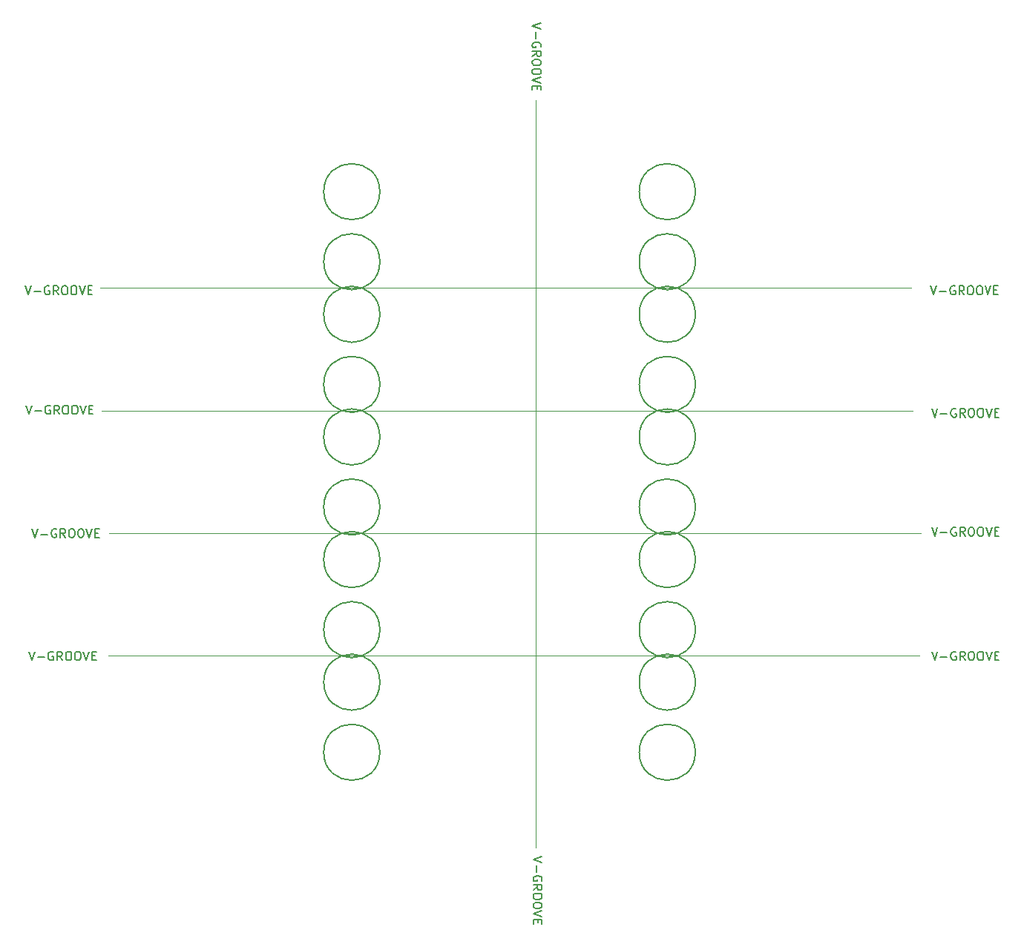
<source format=gbr>
%TF.GenerationSoftware,KiCad,Pcbnew,5.1.10*%
%TF.CreationDate,2021-11-07T07:50:52-05:00*%
%TF.ProjectId,CurrentSenseModule-RevB-10p,43757272-656e-4745-9365-6e73654d6f64,rev?*%
%TF.SameCoordinates,Original*%
%TF.FileFunction,Other,Comment*%
%FSLAX46Y46*%
G04 Gerber Fmt 4.6, Leading zero omitted, Abs format (unit mm)*
G04 Created by KiCad (PCBNEW 5.1.10) date 2021-11-07 07:50:52*
%MOMM*%
%LPD*%
G01*
G04 APERTURE LIST*
%ADD10C,0.150000*%
%ADD11C,0.100000*%
G04 APERTURE END LIST*
D10*
X136347619Y-43969047D02*
X135347619Y-44302380D01*
X136347619Y-44635714D01*
X135728571Y-44969047D02*
X135728571Y-45730952D01*
X136300000Y-46730952D02*
X136347619Y-46635714D01*
X136347619Y-46492857D01*
X136300000Y-46350000D01*
X136204761Y-46254761D01*
X136109523Y-46207142D01*
X135919047Y-46159523D01*
X135776190Y-46159523D01*
X135585714Y-46207142D01*
X135490476Y-46254761D01*
X135395238Y-46350000D01*
X135347619Y-46492857D01*
X135347619Y-46588095D01*
X135395238Y-46730952D01*
X135442857Y-46778571D01*
X135776190Y-46778571D01*
X135776190Y-46588095D01*
X135347619Y-47778571D02*
X135823809Y-47445238D01*
X135347619Y-47207142D02*
X136347619Y-47207142D01*
X136347619Y-47588095D01*
X136300000Y-47683333D01*
X136252380Y-47730952D01*
X136157142Y-47778571D01*
X136014285Y-47778571D01*
X135919047Y-47730952D01*
X135871428Y-47683333D01*
X135823809Y-47588095D01*
X135823809Y-47207142D01*
X136347619Y-48397619D02*
X136347619Y-48588095D01*
X136300000Y-48683333D01*
X136204761Y-48778571D01*
X136014285Y-48826190D01*
X135680952Y-48826190D01*
X135490476Y-48778571D01*
X135395238Y-48683333D01*
X135347619Y-48588095D01*
X135347619Y-48397619D01*
X135395238Y-48302380D01*
X135490476Y-48207142D01*
X135680952Y-48159523D01*
X136014285Y-48159523D01*
X136204761Y-48207142D01*
X136300000Y-48302380D01*
X136347619Y-48397619D01*
X136347619Y-49445238D02*
X136347619Y-49635714D01*
X136300000Y-49730952D01*
X136204761Y-49826190D01*
X136014285Y-49873809D01*
X135680952Y-49873809D01*
X135490476Y-49826190D01*
X135395238Y-49730952D01*
X135347619Y-49635714D01*
X135347619Y-49445238D01*
X135395238Y-49350000D01*
X135490476Y-49254761D01*
X135680952Y-49207142D01*
X136014285Y-49207142D01*
X136204761Y-49254761D01*
X136300000Y-49350000D01*
X136347619Y-49445238D01*
X136347619Y-50159523D02*
X135347619Y-50492857D01*
X136347619Y-50826190D01*
X135871428Y-51159523D02*
X135871428Y-51492857D01*
X135347619Y-51635714D02*
X135347619Y-51159523D01*
X136347619Y-51159523D01*
X136347619Y-51635714D01*
X180819047Y-74002380D02*
X181152380Y-75002380D01*
X181485714Y-74002380D01*
X181819047Y-74621428D02*
X182580952Y-74621428D01*
X183580952Y-74050000D02*
X183485714Y-74002380D01*
X183342857Y-74002380D01*
X183200000Y-74050000D01*
X183104761Y-74145238D01*
X183057142Y-74240476D01*
X183009523Y-74430952D01*
X183009523Y-74573809D01*
X183057142Y-74764285D01*
X183104761Y-74859523D01*
X183200000Y-74954761D01*
X183342857Y-75002380D01*
X183438095Y-75002380D01*
X183580952Y-74954761D01*
X183628571Y-74907142D01*
X183628571Y-74573809D01*
X183438095Y-74573809D01*
X184628571Y-75002380D02*
X184295238Y-74526190D01*
X184057142Y-75002380D02*
X184057142Y-74002380D01*
X184438095Y-74002380D01*
X184533333Y-74050000D01*
X184580952Y-74097619D01*
X184628571Y-74192857D01*
X184628571Y-74335714D01*
X184580952Y-74430952D01*
X184533333Y-74478571D01*
X184438095Y-74526190D01*
X184057142Y-74526190D01*
X185247619Y-74002380D02*
X185438095Y-74002380D01*
X185533333Y-74050000D01*
X185628571Y-74145238D01*
X185676190Y-74335714D01*
X185676190Y-74669047D01*
X185628571Y-74859523D01*
X185533333Y-74954761D01*
X185438095Y-75002380D01*
X185247619Y-75002380D01*
X185152380Y-74954761D01*
X185057142Y-74859523D01*
X185009523Y-74669047D01*
X185009523Y-74335714D01*
X185057142Y-74145238D01*
X185152380Y-74050000D01*
X185247619Y-74002380D01*
X186295238Y-74002380D02*
X186485714Y-74002380D01*
X186580952Y-74050000D01*
X186676190Y-74145238D01*
X186723809Y-74335714D01*
X186723809Y-74669047D01*
X186676190Y-74859523D01*
X186580952Y-74954761D01*
X186485714Y-75002380D01*
X186295238Y-75002380D01*
X186200000Y-74954761D01*
X186104761Y-74859523D01*
X186057142Y-74669047D01*
X186057142Y-74335714D01*
X186104761Y-74145238D01*
X186200000Y-74050000D01*
X186295238Y-74002380D01*
X187009523Y-74002380D02*
X187342857Y-75002380D01*
X187676190Y-74002380D01*
X188009523Y-74478571D02*
X188342857Y-74478571D01*
X188485714Y-75002380D02*
X188009523Y-75002380D01*
X188009523Y-74002380D01*
X188485714Y-74002380D01*
X180919047Y-88002380D02*
X181252380Y-89002380D01*
X181585714Y-88002380D01*
X181919047Y-88621428D02*
X182680952Y-88621428D01*
X183680952Y-88050000D02*
X183585714Y-88002380D01*
X183442857Y-88002380D01*
X183300000Y-88050000D01*
X183204761Y-88145238D01*
X183157142Y-88240476D01*
X183109523Y-88430952D01*
X183109523Y-88573809D01*
X183157142Y-88764285D01*
X183204761Y-88859523D01*
X183300000Y-88954761D01*
X183442857Y-89002380D01*
X183538095Y-89002380D01*
X183680952Y-88954761D01*
X183728571Y-88907142D01*
X183728571Y-88573809D01*
X183538095Y-88573809D01*
X184728571Y-89002380D02*
X184395238Y-88526190D01*
X184157142Y-89002380D02*
X184157142Y-88002380D01*
X184538095Y-88002380D01*
X184633333Y-88050000D01*
X184680952Y-88097619D01*
X184728571Y-88192857D01*
X184728571Y-88335714D01*
X184680952Y-88430952D01*
X184633333Y-88478571D01*
X184538095Y-88526190D01*
X184157142Y-88526190D01*
X185347619Y-88002380D02*
X185538095Y-88002380D01*
X185633333Y-88050000D01*
X185728571Y-88145238D01*
X185776190Y-88335714D01*
X185776190Y-88669047D01*
X185728571Y-88859523D01*
X185633333Y-88954761D01*
X185538095Y-89002380D01*
X185347619Y-89002380D01*
X185252380Y-88954761D01*
X185157142Y-88859523D01*
X185109523Y-88669047D01*
X185109523Y-88335714D01*
X185157142Y-88145238D01*
X185252380Y-88050000D01*
X185347619Y-88002380D01*
X186395238Y-88002380D02*
X186585714Y-88002380D01*
X186680952Y-88050000D01*
X186776190Y-88145238D01*
X186823809Y-88335714D01*
X186823809Y-88669047D01*
X186776190Y-88859523D01*
X186680952Y-88954761D01*
X186585714Y-89002380D01*
X186395238Y-89002380D01*
X186300000Y-88954761D01*
X186204761Y-88859523D01*
X186157142Y-88669047D01*
X186157142Y-88335714D01*
X186204761Y-88145238D01*
X186300000Y-88050000D01*
X186395238Y-88002380D01*
X187109523Y-88002380D02*
X187442857Y-89002380D01*
X187776190Y-88002380D01*
X188109523Y-88478571D02*
X188442857Y-88478571D01*
X188585714Y-89002380D02*
X188109523Y-89002380D01*
X188109523Y-88002380D01*
X188585714Y-88002380D01*
X180919047Y-101552380D02*
X181252380Y-102552380D01*
X181585714Y-101552380D01*
X181919047Y-102171428D02*
X182680952Y-102171428D01*
X183680952Y-101600000D02*
X183585714Y-101552380D01*
X183442857Y-101552380D01*
X183300000Y-101600000D01*
X183204761Y-101695238D01*
X183157142Y-101790476D01*
X183109523Y-101980952D01*
X183109523Y-102123809D01*
X183157142Y-102314285D01*
X183204761Y-102409523D01*
X183300000Y-102504761D01*
X183442857Y-102552380D01*
X183538095Y-102552380D01*
X183680952Y-102504761D01*
X183728571Y-102457142D01*
X183728571Y-102123809D01*
X183538095Y-102123809D01*
X184728571Y-102552380D02*
X184395238Y-102076190D01*
X184157142Y-102552380D02*
X184157142Y-101552380D01*
X184538095Y-101552380D01*
X184633333Y-101600000D01*
X184680952Y-101647619D01*
X184728571Y-101742857D01*
X184728571Y-101885714D01*
X184680952Y-101980952D01*
X184633333Y-102028571D01*
X184538095Y-102076190D01*
X184157142Y-102076190D01*
X185347619Y-101552380D02*
X185538095Y-101552380D01*
X185633333Y-101600000D01*
X185728571Y-101695238D01*
X185776190Y-101885714D01*
X185776190Y-102219047D01*
X185728571Y-102409523D01*
X185633333Y-102504761D01*
X185538095Y-102552380D01*
X185347619Y-102552380D01*
X185252380Y-102504761D01*
X185157142Y-102409523D01*
X185109523Y-102219047D01*
X185109523Y-101885714D01*
X185157142Y-101695238D01*
X185252380Y-101600000D01*
X185347619Y-101552380D01*
X186395238Y-101552380D02*
X186585714Y-101552380D01*
X186680952Y-101600000D01*
X186776190Y-101695238D01*
X186823809Y-101885714D01*
X186823809Y-102219047D01*
X186776190Y-102409523D01*
X186680952Y-102504761D01*
X186585714Y-102552380D01*
X186395238Y-102552380D01*
X186300000Y-102504761D01*
X186204761Y-102409523D01*
X186157142Y-102219047D01*
X186157142Y-101885714D01*
X186204761Y-101695238D01*
X186300000Y-101600000D01*
X186395238Y-101552380D01*
X187109523Y-101552380D02*
X187442857Y-102552380D01*
X187776190Y-101552380D01*
X188109523Y-102028571D02*
X188442857Y-102028571D01*
X188585714Y-102552380D02*
X188109523Y-102552380D01*
X188109523Y-101552380D01*
X188585714Y-101552380D01*
X180919047Y-115752380D02*
X181252380Y-116752380D01*
X181585714Y-115752380D01*
X181919047Y-116371428D02*
X182680952Y-116371428D01*
X183680952Y-115800000D02*
X183585714Y-115752380D01*
X183442857Y-115752380D01*
X183300000Y-115800000D01*
X183204761Y-115895238D01*
X183157142Y-115990476D01*
X183109523Y-116180952D01*
X183109523Y-116323809D01*
X183157142Y-116514285D01*
X183204761Y-116609523D01*
X183300000Y-116704761D01*
X183442857Y-116752380D01*
X183538095Y-116752380D01*
X183680952Y-116704761D01*
X183728571Y-116657142D01*
X183728571Y-116323809D01*
X183538095Y-116323809D01*
X184728571Y-116752380D02*
X184395238Y-116276190D01*
X184157142Y-116752380D02*
X184157142Y-115752380D01*
X184538095Y-115752380D01*
X184633333Y-115800000D01*
X184680952Y-115847619D01*
X184728571Y-115942857D01*
X184728571Y-116085714D01*
X184680952Y-116180952D01*
X184633333Y-116228571D01*
X184538095Y-116276190D01*
X184157142Y-116276190D01*
X185347619Y-115752380D02*
X185538095Y-115752380D01*
X185633333Y-115800000D01*
X185728571Y-115895238D01*
X185776190Y-116085714D01*
X185776190Y-116419047D01*
X185728571Y-116609523D01*
X185633333Y-116704761D01*
X185538095Y-116752380D01*
X185347619Y-116752380D01*
X185252380Y-116704761D01*
X185157142Y-116609523D01*
X185109523Y-116419047D01*
X185109523Y-116085714D01*
X185157142Y-115895238D01*
X185252380Y-115800000D01*
X185347619Y-115752380D01*
X186395238Y-115752380D02*
X186585714Y-115752380D01*
X186680952Y-115800000D01*
X186776190Y-115895238D01*
X186823809Y-116085714D01*
X186823809Y-116419047D01*
X186776190Y-116609523D01*
X186680952Y-116704761D01*
X186585714Y-116752380D01*
X186395238Y-116752380D01*
X186300000Y-116704761D01*
X186204761Y-116609523D01*
X186157142Y-116419047D01*
X186157142Y-116085714D01*
X186204761Y-115895238D01*
X186300000Y-115800000D01*
X186395238Y-115752380D01*
X187109523Y-115752380D02*
X187442857Y-116752380D01*
X187776190Y-115752380D01*
X188109523Y-116228571D02*
X188442857Y-116228571D01*
X188585714Y-116752380D02*
X188109523Y-116752380D01*
X188109523Y-115752380D01*
X188585714Y-115752380D01*
X136447619Y-139169047D02*
X135447619Y-139502380D01*
X136447619Y-139835714D01*
X135828571Y-140169047D02*
X135828571Y-140930952D01*
X136400000Y-141930952D02*
X136447619Y-141835714D01*
X136447619Y-141692857D01*
X136400000Y-141550000D01*
X136304761Y-141454761D01*
X136209523Y-141407142D01*
X136019047Y-141359523D01*
X135876190Y-141359523D01*
X135685714Y-141407142D01*
X135590476Y-141454761D01*
X135495238Y-141550000D01*
X135447619Y-141692857D01*
X135447619Y-141788095D01*
X135495238Y-141930952D01*
X135542857Y-141978571D01*
X135876190Y-141978571D01*
X135876190Y-141788095D01*
X135447619Y-142978571D02*
X135923809Y-142645238D01*
X135447619Y-142407142D02*
X136447619Y-142407142D01*
X136447619Y-142788095D01*
X136400000Y-142883333D01*
X136352380Y-142930952D01*
X136257142Y-142978571D01*
X136114285Y-142978571D01*
X136019047Y-142930952D01*
X135971428Y-142883333D01*
X135923809Y-142788095D01*
X135923809Y-142407142D01*
X136447619Y-143597619D02*
X136447619Y-143788095D01*
X136400000Y-143883333D01*
X136304761Y-143978571D01*
X136114285Y-144026190D01*
X135780952Y-144026190D01*
X135590476Y-143978571D01*
X135495238Y-143883333D01*
X135447619Y-143788095D01*
X135447619Y-143597619D01*
X135495238Y-143502380D01*
X135590476Y-143407142D01*
X135780952Y-143359523D01*
X136114285Y-143359523D01*
X136304761Y-143407142D01*
X136400000Y-143502380D01*
X136447619Y-143597619D01*
X136447619Y-144645238D02*
X136447619Y-144835714D01*
X136400000Y-144930952D01*
X136304761Y-145026190D01*
X136114285Y-145073809D01*
X135780952Y-145073809D01*
X135590476Y-145026190D01*
X135495238Y-144930952D01*
X135447619Y-144835714D01*
X135447619Y-144645238D01*
X135495238Y-144550000D01*
X135590476Y-144454761D01*
X135780952Y-144407142D01*
X136114285Y-144407142D01*
X136304761Y-144454761D01*
X136400000Y-144550000D01*
X136447619Y-144645238D01*
X136447619Y-145359523D02*
X135447619Y-145692857D01*
X136447619Y-146026190D01*
X135971428Y-146359523D02*
X135971428Y-146692857D01*
X135447619Y-146835714D02*
X135447619Y-146359523D01*
X136447619Y-146359523D01*
X136447619Y-146835714D01*
X77919047Y-115752380D02*
X78252380Y-116752380D01*
X78585714Y-115752380D01*
X78919047Y-116371428D02*
X79680952Y-116371428D01*
X80680952Y-115800000D02*
X80585714Y-115752380D01*
X80442857Y-115752380D01*
X80300000Y-115800000D01*
X80204761Y-115895238D01*
X80157142Y-115990476D01*
X80109523Y-116180952D01*
X80109523Y-116323809D01*
X80157142Y-116514285D01*
X80204761Y-116609523D01*
X80300000Y-116704761D01*
X80442857Y-116752380D01*
X80538095Y-116752380D01*
X80680952Y-116704761D01*
X80728571Y-116657142D01*
X80728571Y-116323809D01*
X80538095Y-116323809D01*
X81728571Y-116752380D02*
X81395238Y-116276190D01*
X81157142Y-116752380D02*
X81157142Y-115752380D01*
X81538095Y-115752380D01*
X81633333Y-115800000D01*
X81680952Y-115847619D01*
X81728571Y-115942857D01*
X81728571Y-116085714D01*
X81680952Y-116180952D01*
X81633333Y-116228571D01*
X81538095Y-116276190D01*
X81157142Y-116276190D01*
X82347619Y-115752380D02*
X82538095Y-115752380D01*
X82633333Y-115800000D01*
X82728571Y-115895238D01*
X82776190Y-116085714D01*
X82776190Y-116419047D01*
X82728571Y-116609523D01*
X82633333Y-116704761D01*
X82538095Y-116752380D01*
X82347619Y-116752380D01*
X82252380Y-116704761D01*
X82157142Y-116609523D01*
X82109523Y-116419047D01*
X82109523Y-116085714D01*
X82157142Y-115895238D01*
X82252380Y-115800000D01*
X82347619Y-115752380D01*
X83395238Y-115752380D02*
X83585714Y-115752380D01*
X83680952Y-115800000D01*
X83776190Y-115895238D01*
X83823809Y-116085714D01*
X83823809Y-116419047D01*
X83776190Y-116609523D01*
X83680952Y-116704761D01*
X83585714Y-116752380D01*
X83395238Y-116752380D01*
X83300000Y-116704761D01*
X83204761Y-116609523D01*
X83157142Y-116419047D01*
X83157142Y-116085714D01*
X83204761Y-115895238D01*
X83300000Y-115800000D01*
X83395238Y-115752380D01*
X84109523Y-115752380D02*
X84442857Y-116752380D01*
X84776190Y-115752380D01*
X85109523Y-116228571D02*
X85442857Y-116228571D01*
X85585714Y-116752380D02*
X85109523Y-116752380D01*
X85109523Y-115752380D01*
X85585714Y-115752380D01*
X78269047Y-101752380D02*
X78602380Y-102752380D01*
X78935714Y-101752380D01*
X79269047Y-102371428D02*
X80030952Y-102371428D01*
X81030952Y-101800000D02*
X80935714Y-101752380D01*
X80792857Y-101752380D01*
X80650000Y-101800000D01*
X80554761Y-101895238D01*
X80507142Y-101990476D01*
X80459523Y-102180952D01*
X80459523Y-102323809D01*
X80507142Y-102514285D01*
X80554761Y-102609523D01*
X80650000Y-102704761D01*
X80792857Y-102752380D01*
X80888095Y-102752380D01*
X81030952Y-102704761D01*
X81078571Y-102657142D01*
X81078571Y-102323809D01*
X80888095Y-102323809D01*
X82078571Y-102752380D02*
X81745238Y-102276190D01*
X81507142Y-102752380D02*
X81507142Y-101752380D01*
X81888095Y-101752380D01*
X81983333Y-101800000D01*
X82030952Y-101847619D01*
X82078571Y-101942857D01*
X82078571Y-102085714D01*
X82030952Y-102180952D01*
X81983333Y-102228571D01*
X81888095Y-102276190D01*
X81507142Y-102276190D01*
X82697619Y-101752380D02*
X82888095Y-101752380D01*
X82983333Y-101800000D01*
X83078571Y-101895238D01*
X83126190Y-102085714D01*
X83126190Y-102419047D01*
X83078571Y-102609523D01*
X82983333Y-102704761D01*
X82888095Y-102752380D01*
X82697619Y-102752380D01*
X82602380Y-102704761D01*
X82507142Y-102609523D01*
X82459523Y-102419047D01*
X82459523Y-102085714D01*
X82507142Y-101895238D01*
X82602380Y-101800000D01*
X82697619Y-101752380D01*
X83745238Y-101752380D02*
X83935714Y-101752380D01*
X84030952Y-101800000D01*
X84126190Y-101895238D01*
X84173809Y-102085714D01*
X84173809Y-102419047D01*
X84126190Y-102609523D01*
X84030952Y-102704761D01*
X83935714Y-102752380D01*
X83745238Y-102752380D01*
X83650000Y-102704761D01*
X83554761Y-102609523D01*
X83507142Y-102419047D01*
X83507142Y-102085714D01*
X83554761Y-101895238D01*
X83650000Y-101800000D01*
X83745238Y-101752380D01*
X84459523Y-101752380D02*
X84792857Y-102752380D01*
X85126190Y-101752380D01*
X85459523Y-102228571D02*
X85792857Y-102228571D01*
X85935714Y-102752380D02*
X85459523Y-102752380D01*
X85459523Y-101752380D01*
X85935714Y-101752380D01*
X77569047Y-87652380D02*
X77902380Y-88652380D01*
X78235714Y-87652380D01*
X78569047Y-88271428D02*
X79330952Y-88271428D01*
X80330952Y-87700000D02*
X80235714Y-87652380D01*
X80092857Y-87652380D01*
X79950000Y-87700000D01*
X79854761Y-87795238D01*
X79807142Y-87890476D01*
X79759523Y-88080952D01*
X79759523Y-88223809D01*
X79807142Y-88414285D01*
X79854761Y-88509523D01*
X79950000Y-88604761D01*
X80092857Y-88652380D01*
X80188095Y-88652380D01*
X80330952Y-88604761D01*
X80378571Y-88557142D01*
X80378571Y-88223809D01*
X80188095Y-88223809D01*
X81378571Y-88652380D02*
X81045238Y-88176190D01*
X80807142Y-88652380D02*
X80807142Y-87652380D01*
X81188095Y-87652380D01*
X81283333Y-87700000D01*
X81330952Y-87747619D01*
X81378571Y-87842857D01*
X81378571Y-87985714D01*
X81330952Y-88080952D01*
X81283333Y-88128571D01*
X81188095Y-88176190D01*
X80807142Y-88176190D01*
X81997619Y-87652380D02*
X82188095Y-87652380D01*
X82283333Y-87700000D01*
X82378571Y-87795238D01*
X82426190Y-87985714D01*
X82426190Y-88319047D01*
X82378571Y-88509523D01*
X82283333Y-88604761D01*
X82188095Y-88652380D01*
X81997619Y-88652380D01*
X81902380Y-88604761D01*
X81807142Y-88509523D01*
X81759523Y-88319047D01*
X81759523Y-87985714D01*
X81807142Y-87795238D01*
X81902380Y-87700000D01*
X81997619Y-87652380D01*
X83045238Y-87652380D02*
X83235714Y-87652380D01*
X83330952Y-87700000D01*
X83426190Y-87795238D01*
X83473809Y-87985714D01*
X83473809Y-88319047D01*
X83426190Y-88509523D01*
X83330952Y-88604761D01*
X83235714Y-88652380D01*
X83045238Y-88652380D01*
X82950000Y-88604761D01*
X82854761Y-88509523D01*
X82807142Y-88319047D01*
X82807142Y-87985714D01*
X82854761Y-87795238D01*
X82950000Y-87700000D01*
X83045238Y-87652380D01*
X83759523Y-87652380D02*
X84092857Y-88652380D01*
X84426190Y-87652380D01*
X84759523Y-88128571D02*
X85092857Y-88128571D01*
X85235714Y-88652380D02*
X84759523Y-88652380D01*
X84759523Y-87652380D01*
X85235714Y-87652380D01*
X77469047Y-74002380D02*
X77802380Y-75002380D01*
X78135714Y-74002380D01*
X78469047Y-74621428D02*
X79230952Y-74621428D01*
X80230952Y-74050000D02*
X80135714Y-74002380D01*
X79992857Y-74002380D01*
X79850000Y-74050000D01*
X79754761Y-74145238D01*
X79707142Y-74240476D01*
X79659523Y-74430952D01*
X79659523Y-74573809D01*
X79707142Y-74764285D01*
X79754761Y-74859523D01*
X79850000Y-74954761D01*
X79992857Y-75002380D01*
X80088095Y-75002380D01*
X80230952Y-74954761D01*
X80278571Y-74907142D01*
X80278571Y-74573809D01*
X80088095Y-74573809D01*
X81278571Y-75002380D02*
X80945238Y-74526190D01*
X80707142Y-75002380D02*
X80707142Y-74002380D01*
X81088095Y-74002380D01*
X81183333Y-74050000D01*
X81230952Y-74097619D01*
X81278571Y-74192857D01*
X81278571Y-74335714D01*
X81230952Y-74430952D01*
X81183333Y-74478571D01*
X81088095Y-74526190D01*
X80707142Y-74526190D01*
X81897619Y-74002380D02*
X82088095Y-74002380D01*
X82183333Y-74050000D01*
X82278571Y-74145238D01*
X82326190Y-74335714D01*
X82326190Y-74669047D01*
X82278571Y-74859523D01*
X82183333Y-74954761D01*
X82088095Y-75002380D01*
X81897619Y-75002380D01*
X81802380Y-74954761D01*
X81707142Y-74859523D01*
X81659523Y-74669047D01*
X81659523Y-74335714D01*
X81707142Y-74145238D01*
X81802380Y-74050000D01*
X81897619Y-74002380D01*
X82945238Y-74002380D02*
X83135714Y-74002380D01*
X83230952Y-74050000D01*
X83326190Y-74145238D01*
X83373809Y-74335714D01*
X83373809Y-74669047D01*
X83326190Y-74859523D01*
X83230952Y-74954761D01*
X83135714Y-75002380D01*
X82945238Y-75002380D01*
X82850000Y-74954761D01*
X82754761Y-74859523D01*
X82707142Y-74669047D01*
X82707142Y-74335714D01*
X82754761Y-74145238D01*
X82850000Y-74050000D01*
X82945238Y-74002380D01*
X83659523Y-74002380D02*
X83992857Y-75002380D01*
X84326190Y-74002380D01*
X84659523Y-74478571D02*
X84992857Y-74478571D01*
X85135714Y-75002380D02*
X84659523Y-75002380D01*
X84659523Y-74002380D01*
X85135714Y-74002380D01*
D11*
X86050000Y-74250000D02*
X178600000Y-74250000D01*
X86200000Y-88250000D02*
X178750000Y-88250000D01*
X87100000Y-102250000D02*
X179650000Y-102250000D01*
X87000000Y-116250000D02*
X179550000Y-116250000D01*
X135750000Y-138100000D02*
X135750000Y-52800000D01*
D10*
%TO.C,REF\u002A\u002A*%
X117950000Y-63250000D02*
G75*
G03*
X117950000Y-63250000I-3200000J0D01*
G01*
X117950000Y-71250000D02*
G75*
G03*
X117950000Y-71250000I-3200000J0D01*
G01*
X117950000Y-77250000D02*
G75*
G03*
X117950000Y-77250000I-3200000J0D01*
G01*
X117950000Y-85250000D02*
G75*
G03*
X117950000Y-85250000I-3200000J0D01*
G01*
X153950000Y-63250000D02*
G75*
G03*
X153950000Y-63250000I-3200000J0D01*
G01*
X153950000Y-71250000D02*
G75*
G03*
X153950000Y-71250000I-3200000J0D01*
G01*
X153950000Y-77250000D02*
G75*
G03*
X153950000Y-77250000I-3200000J0D01*
G01*
X153950000Y-85250000D02*
G75*
G03*
X153950000Y-85250000I-3200000J0D01*
G01*
X117950000Y-91250000D02*
G75*
G03*
X117950000Y-91250000I-3200000J0D01*
G01*
X117950000Y-99250000D02*
G75*
G03*
X117950000Y-99250000I-3200000J0D01*
G01*
X153950000Y-91250000D02*
G75*
G03*
X153950000Y-91250000I-3200000J0D01*
G01*
X153950000Y-99250000D02*
G75*
G03*
X153950000Y-99250000I-3200000J0D01*
G01*
X117950000Y-105250000D02*
G75*
G03*
X117950000Y-105250000I-3200000J0D01*
G01*
X117950000Y-113250000D02*
G75*
G03*
X117950000Y-113250000I-3200000J0D01*
G01*
X153950000Y-105250000D02*
G75*
G03*
X153950000Y-105250000I-3200000J0D01*
G01*
X153950000Y-113250000D02*
G75*
G03*
X153950000Y-113250000I-3200000J0D01*
G01*
X117950000Y-119250000D02*
G75*
G03*
X117950000Y-119250000I-3200000J0D01*
G01*
X117950000Y-127250000D02*
G75*
G03*
X117950000Y-127250000I-3200000J0D01*
G01*
X153950000Y-119250000D02*
G75*
G03*
X153950000Y-119250000I-3200000J0D01*
G01*
X153950000Y-127250000D02*
G75*
G03*
X153950000Y-127250000I-3200000J0D01*
G01*
%TD*%
M02*

</source>
